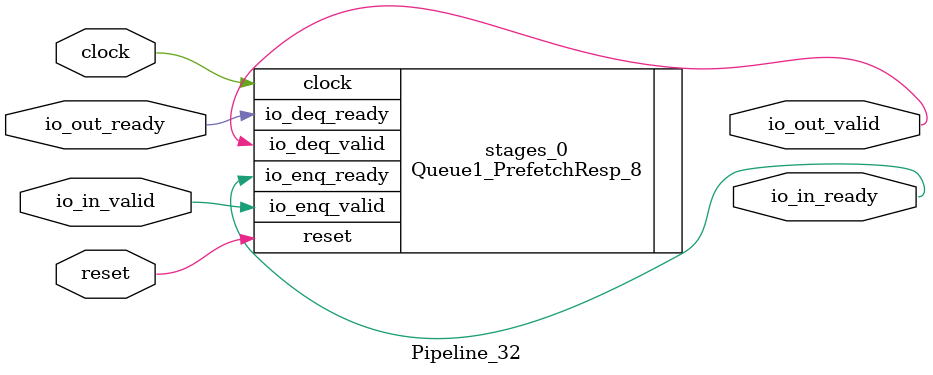
<source format=sv>
`ifndef RANDOMIZE
  `ifdef RANDOMIZE_MEM_INIT
    `define RANDOMIZE
  `endif // RANDOMIZE_MEM_INIT
`endif // not def RANDOMIZE
`ifndef RANDOMIZE
  `ifdef RANDOMIZE_REG_INIT
    `define RANDOMIZE
  `endif // RANDOMIZE_REG_INIT
`endif // not def RANDOMIZE

`ifndef RANDOM
  `define RANDOM $random
`endif // not def RANDOM

// Users can define INIT_RANDOM as general code that gets injected into the
// initializer block for modules with registers.
`ifndef INIT_RANDOM
  `define INIT_RANDOM
`endif // not def INIT_RANDOM

// If using random initialization, you can also define RANDOMIZE_DELAY to
// customize the delay used, otherwise 0.002 is used.
`ifndef RANDOMIZE_DELAY
  `define RANDOMIZE_DELAY 0.002
`endif // not def RANDOMIZE_DELAY

// Define INIT_RANDOM_PROLOG_ for use in our modules below.
`ifndef INIT_RANDOM_PROLOG_
  `ifdef RANDOMIZE
    `ifdef VERILATOR
      `define INIT_RANDOM_PROLOG_ `INIT_RANDOM
    `else  // VERILATOR
      `define INIT_RANDOM_PROLOG_ `INIT_RANDOM #`RANDOMIZE_DELAY begin end
    `endif // VERILATOR
  `else  // RANDOMIZE
    `define INIT_RANDOM_PROLOG_
  `endif // RANDOMIZE
`endif // not def INIT_RANDOM_PROLOG_

// Include register initializers in init blocks unless synthesis is set
`ifndef SYNTHESIS
  `ifndef ENABLE_INITIAL_REG_
    `define ENABLE_INITIAL_REG_
  `endif // not def ENABLE_INITIAL_REG_
`endif // not def SYNTHESIS

// Include rmemory initializers in init blocks unless synthesis is set
`ifndef SYNTHESIS
  `ifndef ENABLE_INITIAL_MEM_
    `define ENABLE_INITIAL_MEM_
  `endif // not def ENABLE_INITIAL_MEM_
`endif // not def SYNTHESIS

module Pipeline_32(
  input  clock,
  input  reset,
  output io_in_ready,
  input  io_in_valid,
  input  io_out_ready,
  output io_out_valid
);

  Queue1_PrefetchResp_8 stages_0 (
    .clock        (clock),
    .reset        (reset),
    .io_enq_ready (io_in_ready),
    .io_enq_valid (io_in_valid),
    .io_deq_ready (io_out_ready),
    .io_deq_valid (io_out_valid)
  );
endmodule


</source>
